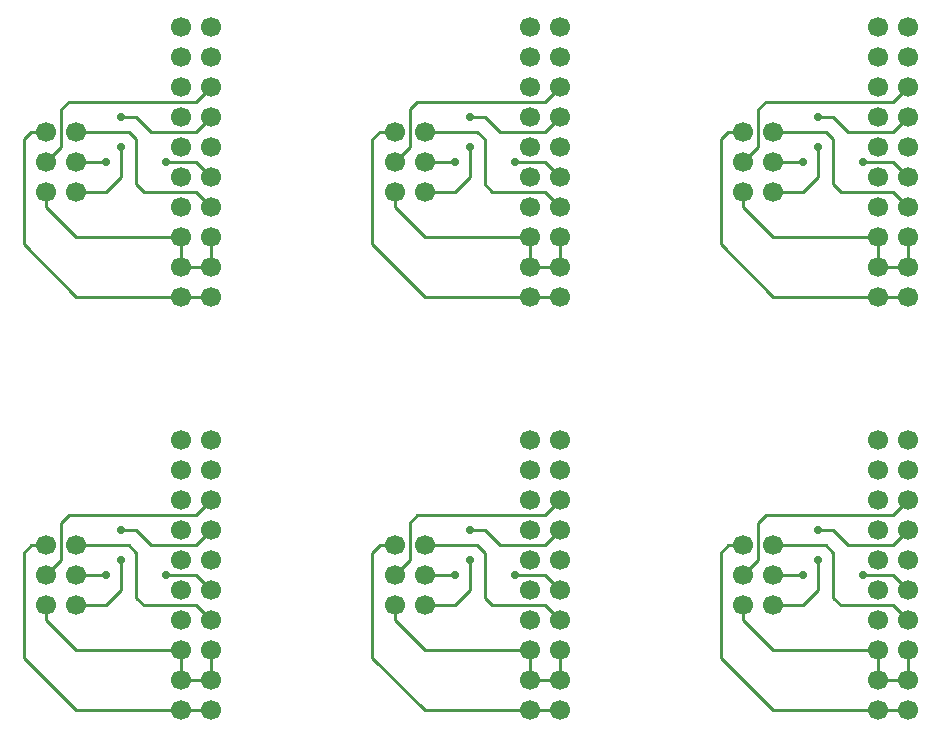
<source format=gtl>
%FSLAX46Y46*%
%MOMM*%
%ADD10C,0.250000*%
%AMPS12*
1,1,1.700000,0.000000,0.000000*
%
%ADD12PS12*%
%AMPS11*
1,1,1.700000,0.000000,0.000000*
%
%ADD11PS11*%
%AMPS13*
1,1,0.700000,0.000000,0.000000*
%
%ADD13PS13*%
G01*
G01*
%LPD*%
D10*
X23350000Y69405000D02*
X23350000Y65595000D01*
D10*
X23985000Y64960000D02*
X28430000Y64960000D01*
D10*
X22080000Y66230000D02*
X22080000Y68770000D01*
D10*
X13825000Y69405000D02*
X14460000Y70040000D01*
D10*
X24620000Y70040000D02*
X28430000Y70040000D01*
D10*
X28430000Y64960000D02*
X29700000Y63690000D01*
D10*
X28430000Y70040000D02*
X29700000Y71310000D01*
D10*
X15730000Y67500000D02*
X17000000Y68770000D01*
D10*
X18270000Y56070000D02*
X13825000Y60515000D01*
D10*
X29700000Y66230000D02*
X28430000Y67500000D01*
D10*
X17000000Y68770000D02*
X17000000Y71945000D01*
D10*
X13825000Y60515000D02*
X13825000Y69405000D01*
D10*
X29700000Y58610000D02*
X29700000Y61150000D01*
D10*
X27160000Y56070000D02*
X18270000Y56070000D01*
D10*
X23350000Y71310000D02*
X22080000Y71310000D01*
D10*
X17000000Y71945000D02*
X17635000Y72580000D01*
D10*
X15730000Y63690000D02*
X15730000Y64960000D01*
D10*
X20810000Y64960000D02*
X22080000Y66230000D01*
D10*
X18270000Y64960000D02*
X20810000Y64960000D01*
D10*
X18270000Y70040000D02*
X22715000Y70040000D01*
D10*
X24620000Y70040000D02*
X23350000Y71310000D01*
D10*
X27160000Y61150000D02*
X18270000Y61150000D01*
D10*
X29700000Y73850000D02*
X28430000Y72580000D01*
D10*
X27160000Y58610000D02*
X27160000Y61150000D01*
D10*
X17635000Y72580000D02*
X28430000Y72580000D01*
D10*
X18270000Y61150000D02*
X15730000Y63690000D01*
D10*
X23350000Y65595000D02*
X23985000Y64960000D01*
D10*
X18270000Y67500000D02*
X20810000Y67500000D01*
D10*
X22715000Y70040000D02*
X23350000Y69405000D01*
D10*
X14460000Y70040000D02*
X15730000Y70040000D01*
D10*
X28430000Y67500000D02*
X25890000Y67500000D01*
D10*
X29700000Y56070000D02*
X27160000Y56070000D01*
D10*
X29700000Y58610000D02*
X27160000Y58610000D01*
D10*
X52850000Y34405000D02*
X52850000Y30595000D01*
D10*
X53485000Y29960000D02*
X57930000Y29960000D01*
D10*
X51580000Y31230000D02*
X51580000Y33770000D01*
D10*
X43325000Y34405000D02*
X43960000Y35040000D01*
D10*
X54120000Y35040000D02*
X57930000Y35040000D01*
D10*
X57930000Y29960000D02*
X59200000Y28690000D01*
D10*
X57930000Y35040000D02*
X59200000Y36310000D01*
D10*
X45230000Y32500000D02*
X46500000Y33770000D01*
D10*
X47770000Y21070000D02*
X43325000Y25515000D01*
D10*
X59200000Y31230000D02*
X57930000Y32500000D01*
D10*
X46500000Y33770000D02*
X46500000Y36945000D01*
D10*
X43325000Y25515000D02*
X43325000Y34405000D01*
D10*
X59200000Y23610000D02*
X59200000Y26150000D01*
D10*
X56660000Y21070000D02*
X47770000Y21070000D01*
D10*
X52850000Y36310000D02*
X51580000Y36310000D01*
D10*
X46500000Y36945000D02*
X47135000Y37580000D01*
D10*
X45230000Y28690000D02*
X45230000Y29960000D01*
D10*
X50310000Y29960000D02*
X51580000Y31230000D01*
D10*
X47770000Y29960000D02*
X50310000Y29960000D01*
D10*
X47770000Y35040000D02*
X52215000Y35040000D01*
D10*
X54120000Y35040000D02*
X52850000Y36310000D01*
D10*
X56660000Y26150000D02*
X47770000Y26150000D01*
D10*
X59200000Y38850000D02*
X57930000Y37580000D01*
D10*
X56660000Y23610000D02*
X56660000Y26150000D01*
D10*
X47135000Y37580000D02*
X57930000Y37580000D01*
D10*
X47770000Y26150000D02*
X45230000Y28690000D01*
D10*
X52850000Y30595000D02*
X53485000Y29960000D01*
D10*
X47770000Y32500000D02*
X50310000Y32500000D01*
D10*
X52215000Y35040000D02*
X52850000Y34405000D01*
D10*
X43960000Y35040000D02*
X45230000Y35040000D01*
D10*
X57930000Y32500000D02*
X55390000Y32500000D01*
D10*
X59200000Y21070000D02*
X56660000Y21070000D01*
D10*
X59200000Y23610000D02*
X56660000Y23610000D01*
D10*
X82350000Y69405000D02*
X82350000Y65595000D01*
D10*
X82985000Y64960000D02*
X87430000Y64960000D01*
D10*
X81080000Y66230000D02*
X81080000Y68770000D01*
D10*
X72825000Y69405000D02*
X73460000Y70040000D01*
D10*
X83620000Y70040000D02*
X87430000Y70040000D01*
D10*
X87430000Y64960000D02*
X88700000Y63690000D01*
D10*
X87430000Y70040000D02*
X88700000Y71310000D01*
D10*
X74730000Y67500000D02*
X76000000Y68770000D01*
D10*
X77270000Y56070000D02*
X72825000Y60515000D01*
D10*
X88700000Y66230000D02*
X87430000Y67500000D01*
D10*
X76000000Y68770000D02*
X76000000Y71945000D01*
D10*
X72825000Y60515000D02*
X72825000Y69405000D01*
D10*
X88700000Y58610000D02*
X88700000Y61150000D01*
D10*
X86160000Y56070000D02*
X77270000Y56070000D01*
D10*
X82350000Y71310000D02*
X81080000Y71310000D01*
D10*
X76000000Y71945000D02*
X76635000Y72580000D01*
D10*
X74730000Y63690000D02*
X74730000Y64960000D01*
D10*
X79810000Y64960000D02*
X81080000Y66230000D01*
D10*
X77270000Y64960000D02*
X79810000Y64960000D01*
D10*
X77270000Y70040000D02*
X81715000Y70040000D01*
D10*
X83620000Y70040000D02*
X82350000Y71310000D01*
D10*
X86160000Y61150000D02*
X77270000Y61150000D01*
D10*
X88700000Y73850000D02*
X87430000Y72580000D01*
D10*
X86160000Y58610000D02*
X86160000Y61150000D01*
D10*
X76635000Y72580000D02*
X87430000Y72580000D01*
D10*
X77270000Y61150000D02*
X74730000Y63690000D01*
D10*
X82350000Y65595000D02*
X82985000Y64960000D01*
D10*
X77270000Y67500000D02*
X79810000Y67500000D01*
D10*
X81715000Y70040000D02*
X82350000Y69405000D01*
D10*
X73460000Y70040000D02*
X74730000Y70040000D01*
D10*
X87430000Y67500000D02*
X84890000Y67500000D01*
D10*
X88700000Y56070000D02*
X86160000Y56070000D01*
D10*
X88700000Y58610000D02*
X86160000Y58610000D01*
D10*
X23350000Y34405000D02*
X23350000Y30595000D01*
D10*
X23985000Y29960000D02*
X28430000Y29960000D01*
D10*
X22080000Y31230000D02*
X22080000Y33770000D01*
D10*
X13825000Y34405000D02*
X14460000Y35040000D01*
D10*
X24620000Y35040000D02*
X28430000Y35040000D01*
D10*
X28430000Y29960000D02*
X29700000Y28690000D01*
D10*
X28430000Y35040000D02*
X29700000Y36310000D01*
D10*
X15730000Y32500000D02*
X17000000Y33770000D01*
D10*
X18270000Y21070000D02*
X13825000Y25515000D01*
D10*
X29700000Y31230000D02*
X28430000Y32500000D01*
D10*
X17000000Y33770000D02*
X17000000Y36945000D01*
D10*
X13825000Y25515000D02*
X13825000Y34405000D01*
D10*
X29700000Y23610000D02*
X29700000Y26150000D01*
D10*
X27160000Y21070000D02*
X18270000Y21070000D01*
D10*
X23350000Y36310000D02*
X22080000Y36310000D01*
D10*
X17000000Y36945000D02*
X17635000Y37580000D01*
D10*
X15730000Y28690000D02*
X15730000Y29960000D01*
D10*
X20810000Y29960000D02*
X22080000Y31230000D01*
D10*
X18270000Y29960000D02*
X20810000Y29960000D01*
D10*
X18270000Y35040000D02*
X22715000Y35040000D01*
D10*
X24620000Y35040000D02*
X23350000Y36310000D01*
D10*
X27160000Y26150000D02*
X18270000Y26150000D01*
D10*
X29700000Y38850000D02*
X28430000Y37580000D01*
D10*
X27160000Y23610000D02*
X27160000Y26150000D01*
D10*
X17635000Y37580000D02*
X28430000Y37580000D01*
D10*
X18270000Y26150000D02*
X15730000Y28690000D01*
D10*
X23350000Y30595000D02*
X23985000Y29960000D01*
D10*
X18270000Y32500000D02*
X20810000Y32500000D01*
D10*
X22715000Y35040000D02*
X23350000Y34405000D01*
D10*
X14460000Y35040000D02*
X15730000Y35040000D01*
D10*
X28430000Y32500000D02*
X25890000Y32500000D01*
D10*
X29700000Y21070000D02*
X27160000Y21070000D01*
D10*
X29700000Y23610000D02*
X27160000Y23610000D01*
D10*
X82350000Y34405000D02*
X82350000Y30595000D01*
D10*
X82985000Y29960000D02*
X87430000Y29960000D01*
D10*
X81080000Y31230000D02*
X81080000Y33770000D01*
D10*
X72825000Y34405000D02*
X73460000Y35040000D01*
D10*
X83620000Y35040000D02*
X87430000Y35040000D01*
D10*
X87430000Y29960000D02*
X88700000Y28690000D01*
D10*
X87430000Y35040000D02*
X88700000Y36310000D01*
D10*
X74730000Y32500000D02*
X76000000Y33770000D01*
D10*
X77270000Y21070000D02*
X72825000Y25515000D01*
D10*
X88700000Y31230000D02*
X87430000Y32500000D01*
D10*
X76000000Y33770000D02*
X76000000Y36945000D01*
D10*
X72825000Y25515000D02*
X72825000Y34405000D01*
D10*
X88700000Y23610000D02*
X88700000Y26150000D01*
D10*
X86160000Y21070000D02*
X77270000Y21070000D01*
D10*
X82350000Y36310000D02*
X81080000Y36310000D01*
D10*
X76000000Y36945000D02*
X76635000Y37580000D01*
D10*
X74730000Y28690000D02*
X74730000Y29960000D01*
D10*
X79810000Y29960000D02*
X81080000Y31230000D01*
D10*
X77270000Y29960000D02*
X79810000Y29960000D01*
D10*
X77270000Y35040000D02*
X81715000Y35040000D01*
D10*
X83620000Y35040000D02*
X82350000Y36310000D01*
D10*
X86160000Y26150000D02*
X77270000Y26150000D01*
D10*
X88700000Y38850000D02*
X87430000Y37580000D01*
D10*
X86160000Y23610000D02*
X86160000Y26150000D01*
D10*
X76635000Y37580000D02*
X87430000Y37580000D01*
D10*
X77270000Y26150000D02*
X74730000Y28690000D01*
D10*
X82350000Y30595000D02*
X82985000Y29960000D01*
D10*
X77270000Y32500000D02*
X79810000Y32500000D01*
D10*
X81715000Y35040000D02*
X82350000Y34405000D01*
D10*
X73460000Y35040000D02*
X74730000Y35040000D01*
D10*
X87430000Y32500000D02*
X84890000Y32500000D01*
D10*
X88700000Y21070000D02*
X86160000Y21070000D01*
D10*
X88700000Y23610000D02*
X86160000Y23610000D01*
D10*
X52850000Y69405000D02*
X52850000Y65595000D01*
D10*
X53485000Y64960000D02*
X57930000Y64960000D01*
D10*
X51580000Y66230000D02*
X51580000Y68770000D01*
D10*
X43325000Y69405000D02*
X43960000Y70040000D01*
D10*
X54120000Y70040000D02*
X57930000Y70040000D01*
D10*
X57930000Y64960000D02*
X59200000Y63690000D01*
D10*
X57930000Y70040000D02*
X59200000Y71310000D01*
D10*
X45230000Y67500000D02*
X46500000Y68770000D01*
D10*
X47770000Y56070000D02*
X43325000Y60515000D01*
D10*
X59200000Y66230000D02*
X57930000Y67500000D01*
D10*
X46500000Y68770000D02*
X46500000Y71945000D01*
D10*
X43325000Y60515000D02*
X43325000Y69405000D01*
D10*
X59200000Y58610000D02*
X59200000Y61150000D01*
D10*
X56660000Y56070000D02*
X47770000Y56070000D01*
D10*
X52850000Y71310000D02*
X51580000Y71310000D01*
D10*
X46500000Y71945000D02*
X47135000Y72580000D01*
D10*
X45230000Y63690000D02*
X45230000Y64960000D01*
D10*
X50310000Y64960000D02*
X51580000Y66230000D01*
D10*
X47770000Y64960000D02*
X50310000Y64960000D01*
D10*
X47770000Y70040000D02*
X52215000Y70040000D01*
D10*
X54120000Y70040000D02*
X52850000Y71310000D01*
D10*
X56660000Y61150000D02*
X47770000Y61150000D01*
D10*
X59200000Y73850000D02*
X57930000Y72580000D01*
D10*
X56660000Y58610000D02*
X56660000Y61150000D01*
D10*
X47135000Y72580000D02*
X57930000Y72580000D01*
D10*
X47770000Y61150000D02*
X45230000Y63690000D01*
D10*
X52850000Y65595000D02*
X53485000Y64960000D01*
D10*
X47770000Y67500000D02*
X50310000Y67500000D01*
D10*
X52215000Y70040000D02*
X52850000Y69405000D01*
D10*
X43960000Y70040000D02*
X45230000Y70040000D01*
D10*
X57930000Y67500000D02*
X55390000Y67500000D01*
D10*
X59200000Y56070000D02*
X56660000Y56070000D01*
D10*
X59200000Y58610000D02*
X56660000Y58610000D01*
G75*
D11*
X29700000Y78930000D03*
D11*
X29700000Y71310000D03*
D11*
X27160000Y71310000D03*
D11*
X27160000Y73850000D03*
D11*
X29700000Y63690000D03*
D11*
X29700000Y58610000D03*
D11*
X29700000Y73850000D03*
D11*
X29700000Y66230000D03*
D11*
X27160000Y58610000D03*
D11*
X27160000Y66230000D03*
D11*
X27160000Y78930000D03*
D11*
X29700000Y68770000D03*
D11*
X27160000Y68770000D03*
D11*
X29700000Y61150000D03*
D11*
X27160000Y56070000D03*
D11*
X29700000Y76390000D03*
D11*
X27160000Y61150000D03*
D11*
X29700000Y56070000D03*
D11*
X27160000Y76390000D03*
D11*
X27160000Y63690000D03*
D12*
X18270000Y67500000D03*
D12*
X15730000Y70040000D03*
D12*
X18270000Y70040000D03*
D12*
X15730000Y64960000D03*
D12*
X15730000Y67500000D03*
D12*
X18270000Y64960000D03*
D13*
X20810000Y67500000D03*
D13*
X22080000Y71310000D03*
D13*
X22080000Y68770000D03*
D13*
X25890000Y67500000D03*
D11*
X59200000Y43930000D03*
D11*
X59200000Y36310000D03*
D11*
X56660000Y36310000D03*
D11*
X56660000Y38850000D03*
D11*
X59200000Y28690000D03*
D11*
X59200000Y23610000D03*
D11*
X59200000Y38850000D03*
D11*
X59200000Y31230000D03*
D11*
X56660000Y23610000D03*
D11*
X56660000Y31230000D03*
D11*
X56660000Y43930000D03*
D11*
X59200000Y33770000D03*
D11*
X56660000Y33770000D03*
D11*
X59200000Y26150000D03*
D11*
X56660000Y21070000D03*
D11*
X59200000Y41390000D03*
D11*
X56660000Y26150000D03*
D11*
X59200000Y21070000D03*
D11*
X56660000Y41390000D03*
D11*
X56660000Y28690000D03*
D12*
X47770000Y32500000D03*
D12*
X45230000Y35040000D03*
D12*
X47770000Y35040000D03*
D12*
X45230000Y29960000D03*
D12*
X45230000Y32500000D03*
D12*
X47770000Y29960000D03*
D13*
X50310000Y32500000D03*
D13*
X51580000Y36310000D03*
D13*
X51580000Y33770000D03*
D13*
X55390000Y32500000D03*
D11*
X88700000Y78930000D03*
D11*
X88700000Y71310000D03*
D11*
X86160000Y71310000D03*
D11*
X86160000Y73850000D03*
D11*
X88700000Y63690000D03*
D11*
X88700000Y58610000D03*
D11*
X88700000Y73850000D03*
D11*
X88700000Y66230000D03*
D11*
X86160000Y58610000D03*
D11*
X86160000Y66230000D03*
D11*
X86160000Y78930000D03*
D11*
X88700000Y68770000D03*
D11*
X86160000Y68770000D03*
D11*
X88700000Y61150000D03*
D11*
X86160000Y56070000D03*
D11*
X88700000Y76390000D03*
D11*
X86160000Y61150000D03*
D11*
X88700000Y56070000D03*
D11*
X86160000Y76390000D03*
D11*
X86160000Y63690000D03*
D12*
X77270000Y67500000D03*
D12*
X74730000Y70040000D03*
D12*
X77270000Y70040000D03*
D12*
X74730000Y64960000D03*
D12*
X74730000Y67500000D03*
D12*
X77270000Y64960000D03*
D13*
X79810000Y67500000D03*
D13*
X81080000Y71310000D03*
D13*
X81080000Y68770000D03*
D13*
X84890000Y67500000D03*
D11*
X29700000Y43930000D03*
D11*
X29700000Y36310000D03*
D11*
X27160000Y36310000D03*
D11*
X27160000Y38850000D03*
D11*
X29700000Y28690000D03*
D11*
X29700000Y23610000D03*
D11*
X29700000Y38850000D03*
D11*
X29700000Y31230000D03*
D11*
X27160000Y23610000D03*
D11*
X27160000Y31230000D03*
D11*
X27160000Y43930000D03*
D11*
X29700000Y33770000D03*
D11*
X27160000Y33770000D03*
D11*
X29700000Y26150000D03*
D11*
X27160000Y21070000D03*
D11*
X29700000Y41390000D03*
D11*
X27160000Y26150000D03*
D11*
X29700000Y21070000D03*
D11*
X27160000Y41390000D03*
D11*
X27160000Y28690000D03*
D12*
X18270000Y32500000D03*
D12*
X15730000Y35040000D03*
D12*
X18270000Y35040000D03*
D12*
X15730000Y29960000D03*
D12*
X15730000Y32500000D03*
D12*
X18270000Y29960000D03*
D13*
X20810000Y32500000D03*
D13*
X22080000Y36310000D03*
D13*
X22080000Y33770000D03*
D13*
X25890000Y32500000D03*
D11*
X88700000Y43930000D03*
D11*
X88700000Y36310000D03*
D11*
X86160000Y36310000D03*
D11*
X86160000Y38850000D03*
D11*
X88700000Y28690000D03*
D11*
X88700000Y23610000D03*
D11*
X88700000Y38850000D03*
D11*
X88700000Y31230000D03*
D11*
X86160000Y23610000D03*
D11*
X86160000Y31230000D03*
D11*
X86160000Y43930000D03*
D11*
X88700000Y33770000D03*
D11*
X86160000Y33770000D03*
D11*
X88700000Y26150000D03*
D11*
X86160000Y21070000D03*
D11*
X88700000Y41390000D03*
D11*
X86160000Y26150000D03*
D11*
X88700000Y21070000D03*
D11*
X86160000Y41390000D03*
D11*
X86160000Y28690000D03*
D12*
X77270000Y32500000D03*
D12*
X74730000Y35040000D03*
D12*
X77270000Y35040000D03*
D12*
X74730000Y29960000D03*
D12*
X74730000Y32500000D03*
D12*
X77270000Y29960000D03*
D13*
X79810000Y32500000D03*
D13*
X81080000Y36310000D03*
D13*
X81080000Y33770000D03*
D13*
X84890000Y32500000D03*
D11*
X59200000Y78930000D03*
D11*
X59200000Y71310000D03*
D11*
X56660000Y71310000D03*
D11*
X56660000Y73850000D03*
D11*
X59200000Y63690000D03*
D11*
X59200000Y58610000D03*
D11*
X59200000Y73850000D03*
D11*
X59200000Y66230000D03*
D11*
X56660000Y58610000D03*
D11*
X56660000Y66230000D03*
D11*
X56660000Y78930000D03*
D11*
X59200000Y68770000D03*
D11*
X56660000Y68770000D03*
D11*
X59200000Y61150000D03*
D11*
X56660000Y56070000D03*
D11*
X59200000Y76390000D03*
D11*
X56660000Y61150000D03*
D11*
X59200000Y56070000D03*
D11*
X56660000Y76390000D03*
D11*
X56660000Y63690000D03*
D12*
X47770000Y67500000D03*
D12*
X45230000Y70040000D03*
D12*
X47770000Y70040000D03*
D12*
X45230000Y64960000D03*
D12*
X45230000Y67500000D03*
D12*
X47770000Y64960000D03*
D13*
X50310000Y67500000D03*
D13*
X51580000Y71310000D03*
D13*
X51580000Y68770000D03*
D13*
X55390000Y67500000D03*
M02*

</source>
